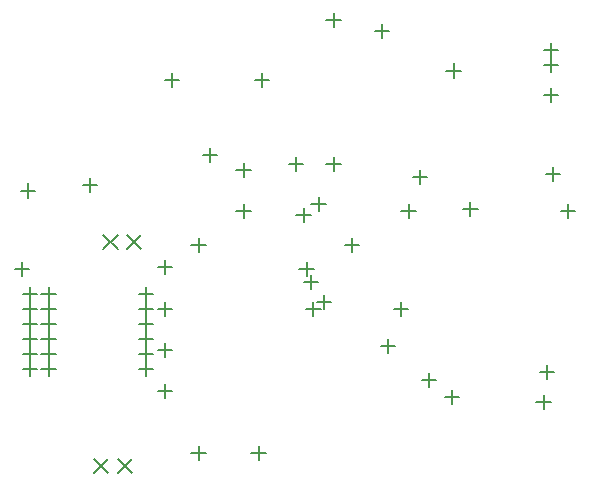
<source format=gbr>
G04 DipTrace 3.2.0.0*
G04 gimbalboard2_Plated_Through.gbr*
%MOMM*%
G04 #@! TF.FileFunction,Plated,1,2,PTH,Drill*
G04 #@! TF.Part,Single*
G04 Drill Symbols*
G04 D=0.4 - Cross*
G04 D=0.7 - X*
G04 D=1.1 - Y*
G04 D=3 - T*
%ADD10C,0.2*%
%FSLAX35Y35*%
G04*
G71*
G90*
G75*
G01*
X-5140000Y-2130750D2*
D10*
X-5020000Y-2250750D1*
Y-2130750D2*
X-5140000Y-2250750D1*
X-4940000Y-2130750D2*
X-4820000Y-2250750D1*
Y-2130750D2*
X-4940000Y-2250750D1*
X-4860000Y-235250D2*
X-4740000Y-355250D1*
Y-235250D2*
X-4860000Y-355250D1*
X-5060000Y-235250D2*
X-4940000Y-355250D1*
Y-235250D2*
X-5060000Y-355250D1*
X-2095500Y1218877D2*
Y1098877D1*
X-2155500Y1158877D2*
X-2035500D1*
X-2111373Y-1543373D2*
Y-1663373D1*
X-2171373Y-1603373D2*
X-2051373D1*
X-5699123Y202877D2*
Y82877D1*
X-5759123Y142877D2*
X-5639123D1*
X-5175250Y250500D2*
Y130500D1*
X-5235250Y190500D2*
X-5115250D1*
X-4254500Y-2019623D2*
Y-2139623D1*
X-4314500Y-2079623D2*
X-4194500D1*
X-3746500Y-2019623D2*
Y-2139623D1*
X-3806500Y-2079623D2*
X-3686500D1*
X-1254123Y345750D2*
Y225750D1*
X-1314123Y285750D2*
X-1194123D1*
X-4254500Y-257500D2*
Y-377500D1*
X-4314500Y-317500D2*
X-4194500D1*
X-5746750Y-463873D2*
Y-583873D1*
X-5806750Y-523873D2*
X-5686750D1*
X-4540250Y-448000D2*
Y-568000D1*
X-4600250Y-508000D2*
X-4480250D1*
X-4540250Y-797250D2*
Y-917250D1*
X-4600250Y-857250D2*
X-4480250D1*
X-4540250Y-1146500D2*
Y-1266500D1*
X-4600250Y-1206500D2*
X-4480250D1*
X-4540250Y-1495750D2*
Y-1615750D1*
X-4600250Y-1555750D2*
X-4480250D1*
X-1333500Y-1591000D2*
Y-1711000D1*
X-1393500Y-1651000D2*
X-1273500D1*
X-2301873Y-1400500D2*
Y-1520500D1*
X-2361873Y-1460500D2*
X-2241873D1*
X-4159250Y504500D2*
Y384500D1*
X-4219250Y444500D2*
X-4099250D1*
X-5524500Y-670250D2*
Y-790250D1*
X-5584500Y-730250D2*
X-5464500D1*
X-5524500Y-797250D2*
Y-917250D1*
X-5584500Y-857250D2*
X-5464500D1*
X-5524500Y-924250D2*
Y-1044250D1*
X-5584500Y-984250D2*
X-5464500D1*
X-5524500Y-1051250D2*
Y-1171250D1*
X-5584500Y-1111250D2*
X-5464500D1*
X-5524500Y-1178250D2*
Y-1298250D1*
X-5584500Y-1238250D2*
X-5464500D1*
X-5524500Y-1305250D2*
Y-1425250D1*
X-5584500Y-1365250D2*
X-5464500D1*
X-5683250Y-1305250D2*
Y-1425250D1*
X-5743250Y-1365250D2*
X-5623250D1*
X-5683250Y-1178250D2*
Y-1298250D1*
X-5743250Y-1238250D2*
X-5623250D1*
X-5683250Y-1051250D2*
Y-1171250D1*
X-5743250Y-1111250D2*
X-5623250D1*
X-5683250Y-924250D2*
Y-1044250D1*
X-5743250Y-984250D2*
X-5623250D1*
X-5683250Y-797250D2*
Y-917250D1*
X-5743250Y-857250D2*
X-5623250D1*
X-5683250Y-670250D2*
Y-790250D1*
X-5743250Y-730250D2*
X-5623250D1*
X-4699000Y-670250D2*
Y-790250D1*
X-4759000Y-730250D2*
X-4639000D1*
X-4699000Y-797250D2*
Y-917250D1*
X-4759000Y-857250D2*
X-4639000D1*
X-4699000Y-924250D2*
Y-1044250D1*
X-4759000Y-984250D2*
X-4639000D1*
X-4699000Y-1051250D2*
Y-1171250D1*
X-4759000Y-1111250D2*
X-4639000D1*
X-4699000Y-1178250D2*
Y-1298250D1*
X-4759000Y-1238250D2*
X-4639000D1*
X-4699000Y-1305250D2*
Y-1425250D1*
X-4759000Y-1365250D2*
X-4639000D1*
X-3873500Y28250D2*
Y-91750D1*
X-3933500Y-31750D2*
X-3813500D1*
X-3873500Y377500D2*
Y257500D1*
X-3933500Y317500D2*
X-3813500D1*
X-1301750Y-1337000D2*
Y-1457000D1*
X-1361750Y-1397000D2*
X-1241750D1*
X-1127123Y28250D2*
Y-91750D1*
X-1187123Y-31750D2*
X-1067123D1*
X-1270000Y1266500D2*
Y1146500D1*
X-1330000Y1206500D2*
X-1210000D1*
X-3111500Y425127D2*
Y305127D1*
X-3171500Y365127D2*
X-3051500D1*
X-3238500Y91750D2*
Y-28250D1*
X-3298500Y31750D2*
X-3178500D1*
X-3365500Y-3500D2*
Y-123500D1*
X-3425500Y-63500D2*
X-3305500D1*
X-3304000Y-571750D2*
Y-691750D1*
X-3364000Y-631750D2*
X-3244000D1*
X-2476500Y28250D2*
Y-91750D1*
X-2536500Y-31750D2*
X-2416500D1*
X-2540000Y-797250D2*
Y-917250D1*
X-2600000Y-857250D2*
X-2480000D1*
X-3192500Y-742500D2*
Y-862500D1*
X-3252500Y-802500D2*
X-3132500D1*
X-4476750Y1139500D2*
Y1019500D1*
X-4536750Y1079500D2*
X-4416750D1*
X-3714750Y1139500D2*
Y1019500D1*
X-3774750Y1079500D2*
X-3654750D1*
X-3340500Y-460500D2*
Y-580500D1*
X-3400500Y-520500D2*
X-3280500D1*
X-3282000Y-798000D2*
Y-918000D1*
X-3342000Y-858000D2*
X-3222000D1*
X-2651123Y-1114750D2*
Y-1234750D1*
X-2711123Y-1174750D2*
X-2591123D1*
X-1952623Y44127D2*
Y-75873D1*
X-2012623Y-15873D2*
X-1892623D1*
X-3429000Y425127D2*
Y305127D1*
X-3489000Y365127D2*
X-3369000D1*
X-1270000Y1012500D2*
Y892500D1*
X-1330000Y952500D2*
X-1210000D1*
X-2698750Y1552250D2*
Y1432250D1*
X-2758750Y1492250D2*
X-2638750D1*
X-1270000Y1393500D2*
Y1273500D1*
X-1330000Y1333500D2*
X-1210000D1*
X-3111500Y1647500D2*
Y1527500D1*
X-3171500Y1587500D2*
X-3051500D1*
X-2381250Y314000D2*
Y194000D1*
X-2441250Y254000D2*
X-2321250D1*
X-2952750Y-257500D2*
Y-377500D1*
X-3012750Y-317500D2*
X-2892750D1*
M02*

</source>
